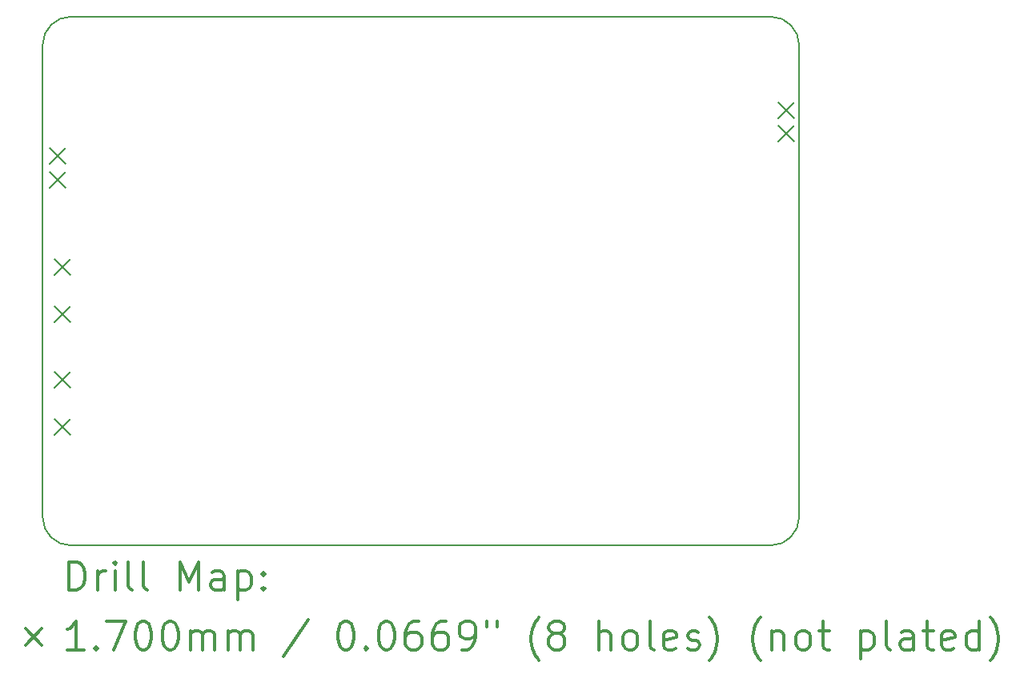
<source format=gbr>
%FSLAX45Y45*%
G04 Gerber Fmt 4.5, Leading zero omitted, Abs format (unit mm)*
G04 Created by KiCad (PCBNEW (5.1.10)-1) date 2022-02-21 21:57:23*
%MOMM*%
%LPD*%
G01*
G04 APERTURE LIST*
%TA.AperFunction,Profile*%
%ADD10C,0.150000*%
%TD*%
%ADD11C,0.200000*%
%ADD12C,0.300000*%
G04 APERTURE END LIST*
D10*
X15300000Y-15100000D02*
G75*
G02*
X15000000Y-14800000I0J300000D01*
G01*
X23000000Y-14800000D02*
G75*
G02*
X22700000Y-15100000I-300000J0D01*
G01*
X22700000Y-9500000D02*
G75*
G02*
X23000000Y-9800000I0J-300000D01*
G01*
X15000000Y-9800000D02*
G75*
G02*
X15300000Y-9500000I300000J0D01*
G01*
X15300000Y-9500000D02*
X22700000Y-9500000D01*
X15300000Y-15100000D02*
X22700000Y-15100000D01*
X23000000Y-9800000D02*
X23000000Y-14800000D01*
X15000000Y-9800000D02*
X15000000Y-14800000D01*
D11*
X15072000Y-10891800D02*
X15242000Y-11061800D01*
X15242000Y-10891800D02*
X15072000Y-11061800D01*
X15072000Y-11141800D02*
X15242000Y-11311800D01*
X15242000Y-11141800D02*
X15072000Y-11311800D01*
X15122800Y-12064200D02*
X15292800Y-12234200D01*
X15292800Y-12064200D02*
X15122800Y-12234200D01*
X15122800Y-12564200D02*
X15292800Y-12734200D01*
X15292800Y-12564200D02*
X15122800Y-12734200D01*
X15122800Y-13258000D02*
X15292800Y-13428000D01*
X15292800Y-13258000D02*
X15122800Y-13428000D01*
X15122800Y-13758000D02*
X15292800Y-13928000D01*
X15292800Y-13758000D02*
X15122800Y-13928000D01*
X22781800Y-10405200D02*
X22951800Y-10575200D01*
X22951800Y-10405200D02*
X22781800Y-10575200D01*
X22781800Y-10655200D02*
X22951800Y-10825200D01*
X22951800Y-10655200D02*
X22781800Y-10825200D01*
D12*
X15278928Y-15573214D02*
X15278928Y-15273214D01*
X15350357Y-15273214D01*
X15393214Y-15287500D01*
X15421786Y-15316071D01*
X15436071Y-15344643D01*
X15450357Y-15401786D01*
X15450357Y-15444643D01*
X15436071Y-15501786D01*
X15421786Y-15530357D01*
X15393214Y-15558929D01*
X15350357Y-15573214D01*
X15278928Y-15573214D01*
X15578928Y-15573214D02*
X15578928Y-15373214D01*
X15578928Y-15430357D02*
X15593214Y-15401786D01*
X15607500Y-15387500D01*
X15636071Y-15373214D01*
X15664643Y-15373214D01*
X15764643Y-15573214D02*
X15764643Y-15373214D01*
X15764643Y-15273214D02*
X15750357Y-15287500D01*
X15764643Y-15301786D01*
X15778928Y-15287500D01*
X15764643Y-15273214D01*
X15764643Y-15301786D01*
X15950357Y-15573214D02*
X15921786Y-15558929D01*
X15907500Y-15530357D01*
X15907500Y-15273214D01*
X16107500Y-15573214D02*
X16078928Y-15558929D01*
X16064643Y-15530357D01*
X16064643Y-15273214D01*
X16450357Y-15573214D02*
X16450357Y-15273214D01*
X16550357Y-15487500D01*
X16650357Y-15273214D01*
X16650357Y-15573214D01*
X16921786Y-15573214D02*
X16921786Y-15416071D01*
X16907500Y-15387500D01*
X16878928Y-15373214D01*
X16821786Y-15373214D01*
X16793214Y-15387500D01*
X16921786Y-15558929D02*
X16893214Y-15573214D01*
X16821786Y-15573214D01*
X16793214Y-15558929D01*
X16778928Y-15530357D01*
X16778928Y-15501786D01*
X16793214Y-15473214D01*
X16821786Y-15458929D01*
X16893214Y-15458929D01*
X16921786Y-15444643D01*
X17064643Y-15373214D02*
X17064643Y-15673214D01*
X17064643Y-15387500D02*
X17093214Y-15373214D01*
X17150357Y-15373214D01*
X17178928Y-15387500D01*
X17193214Y-15401786D01*
X17207500Y-15430357D01*
X17207500Y-15516071D01*
X17193214Y-15544643D01*
X17178928Y-15558929D01*
X17150357Y-15573214D01*
X17093214Y-15573214D01*
X17064643Y-15558929D01*
X17336071Y-15544643D02*
X17350357Y-15558929D01*
X17336071Y-15573214D01*
X17321786Y-15558929D01*
X17336071Y-15544643D01*
X17336071Y-15573214D01*
X17336071Y-15387500D02*
X17350357Y-15401786D01*
X17336071Y-15416071D01*
X17321786Y-15401786D01*
X17336071Y-15387500D01*
X17336071Y-15416071D01*
X14822500Y-15982500D02*
X14992500Y-16152500D01*
X14992500Y-15982500D02*
X14822500Y-16152500D01*
X15436071Y-16203214D02*
X15264643Y-16203214D01*
X15350357Y-16203214D02*
X15350357Y-15903214D01*
X15321786Y-15946071D01*
X15293214Y-15974643D01*
X15264643Y-15988929D01*
X15564643Y-16174643D02*
X15578928Y-16188929D01*
X15564643Y-16203214D01*
X15550357Y-16188929D01*
X15564643Y-16174643D01*
X15564643Y-16203214D01*
X15678928Y-15903214D02*
X15878928Y-15903214D01*
X15750357Y-16203214D01*
X16050357Y-15903214D02*
X16078928Y-15903214D01*
X16107500Y-15917500D01*
X16121786Y-15931786D01*
X16136071Y-15960357D01*
X16150357Y-16017500D01*
X16150357Y-16088929D01*
X16136071Y-16146071D01*
X16121786Y-16174643D01*
X16107500Y-16188929D01*
X16078928Y-16203214D01*
X16050357Y-16203214D01*
X16021786Y-16188929D01*
X16007500Y-16174643D01*
X15993214Y-16146071D01*
X15978928Y-16088929D01*
X15978928Y-16017500D01*
X15993214Y-15960357D01*
X16007500Y-15931786D01*
X16021786Y-15917500D01*
X16050357Y-15903214D01*
X16336071Y-15903214D02*
X16364643Y-15903214D01*
X16393214Y-15917500D01*
X16407500Y-15931786D01*
X16421786Y-15960357D01*
X16436071Y-16017500D01*
X16436071Y-16088929D01*
X16421786Y-16146071D01*
X16407500Y-16174643D01*
X16393214Y-16188929D01*
X16364643Y-16203214D01*
X16336071Y-16203214D01*
X16307500Y-16188929D01*
X16293214Y-16174643D01*
X16278928Y-16146071D01*
X16264643Y-16088929D01*
X16264643Y-16017500D01*
X16278928Y-15960357D01*
X16293214Y-15931786D01*
X16307500Y-15917500D01*
X16336071Y-15903214D01*
X16564643Y-16203214D02*
X16564643Y-16003214D01*
X16564643Y-16031786D02*
X16578928Y-16017500D01*
X16607500Y-16003214D01*
X16650357Y-16003214D01*
X16678928Y-16017500D01*
X16693214Y-16046071D01*
X16693214Y-16203214D01*
X16693214Y-16046071D02*
X16707500Y-16017500D01*
X16736071Y-16003214D01*
X16778928Y-16003214D01*
X16807500Y-16017500D01*
X16821786Y-16046071D01*
X16821786Y-16203214D01*
X16964643Y-16203214D02*
X16964643Y-16003214D01*
X16964643Y-16031786D02*
X16978928Y-16017500D01*
X17007500Y-16003214D01*
X17050357Y-16003214D01*
X17078928Y-16017500D01*
X17093214Y-16046071D01*
X17093214Y-16203214D01*
X17093214Y-16046071D02*
X17107500Y-16017500D01*
X17136071Y-16003214D01*
X17178928Y-16003214D01*
X17207500Y-16017500D01*
X17221786Y-16046071D01*
X17221786Y-16203214D01*
X17807500Y-15888929D02*
X17550357Y-16274643D01*
X18193214Y-15903214D02*
X18221786Y-15903214D01*
X18250357Y-15917500D01*
X18264643Y-15931786D01*
X18278928Y-15960357D01*
X18293214Y-16017500D01*
X18293214Y-16088929D01*
X18278928Y-16146071D01*
X18264643Y-16174643D01*
X18250357Y-16188929D01*
X18221786Y-16203214D01*
X18193214Y-16203214D01*
X18164643Y-16188929D01*
X18150357Y-16174643D01*
X18136071Y-16146071D01*
X18121786Y-16088929D01*
X18121786Y-16017500D01*
X18136071Y-15960357D01*
X18150357Y-15931786D01*
X18164643Y-15917500D01*
X18193214Y-15903214D01*
X18421786Y-16174643D02*
X18436071Y-16188929D01*
X18421786Y-16203214D01*
X18407500Y-16188929D01*
X18421786Y-16174643D01*
X18421786Y-16203214D01*
X18621786Y-15903214D02*
X18650357Y-15903214D01*
X18678928Y-15917500D01*
X18693214Y-15931786D01*
X18707500Y-15960357D01*
X18721786Y-16017500D01*
X18721786Y-16088929D01*
X18707500Y-16146071D01*
X18693214Y-16174643D01*
X18678928Y-16188929D01*
X18650357Y-16203214D01*
X18621786Y-16203214D01*
X18593214Y-16188929D01*
X18578928Y-16174643D01*
X18564643Y-16146071D01*
X18550357Y-16088929D01*
X18550357Y-16017500D01*
X18564643Y-15960357D01*
X18578928Y-15931786D01*
X18593214Y-15917500D01*
X18621786Y-15903214D01*
X18978928Y-15903214D02*
X18921786Y-15903214D01*
X18893214Y-15917500D01*
X18878928Y-15931786D01*
X18850357Y-15974643D01*
X18836071Y-16031786D01*
X18836071Y-16146071D01*
X18850357Y-16174643D01*
X18864643Y-16188929D01*
X18893214Y-16203214D01*
X18950357Y-16203214D01*
X18978928Y-16188929D01*
X18993214Y-16174643D01*
X19007500Y-16146071D01*
X19007500Y-16074643D01*
X18993214Y-16046071D01*
X18978928Y-16031786D01*
X18950357Y-16017500D01*
X18893214Y-16017500D01*
X18864643Y-16031786D01*
X18850357Y-16046071D01*
X18836071Y-16074643D01*
X19264643Y-15903214D02*
X19207500Y-15903214D01*
X19178928Y-15917500D01*
X19164643Y-15931786D01*
X19136071Y-15974643D01*
X19121786Y-16031786D01*
X19121786Y-16146071D01*
X19136071Y-16174643D01*
X19150357Y-16188929D01*
X19178928Y-16203214D01*
X19236071Y-16203214D01*
X19264643Y-16188929D01*
X19278928Y-16174643D01*
X19293214Y-16146071D01*
X19293214Y-16074643D01*
X19278928Y-16046071D01*
X19264643Y-16031786D01*
X19236071Y-16017500D01*
X19178928Y-16017500D01*
X19150357Y-16031786D01*
X19136071Y-16046071D01*
X19121786Y-16074643D01*
X19436071Y-16203214D02*
X19493214Y-16203214D01*
X19521786Y-16188929D01*
X19536071Y-16174643D01*
X19564643Y-16131786D01*
X19578928Y-16074643D01*
X19578928Y-15960357D01*
X19564643Y-15931786D01*
X19550357Y-15917500D01*
X19521786Y-15903214D01*
X19464643Y-15903214D01*
X19436071Y-15917500D01*
X19421786Y-15931786D01*
X19407500Y-15960357D01*
X19407500Y-16031786D01*
X19421786Y-16060357D01*
X19436071Y-16074643D01*
X19464643Y-16088929D01*
X19521786Y-16088929D01*
X19550357Y-16074643D01*
X19564643Y-16060357D01*
X19578928Y-16031786D01*
X19693214Y-15903214D02*
X19693214Y-15960357D01*
X19807500Y-15903214D02*
X19807500Y-15960357D01*
X20250357Y-16317500D02*
X20236071Y-16303214D01*
X20207500Y-16260357D01*
X20193214Y-16231786D01*
X20178928Y-16188929D01*
X20164643Y-16117500D01*
X20164643Y-16060357D01*
X20178928Y-15988929D01*
X20193214Y-15946071D01*
X20207500Y-15917500D01*
X20236071Y-15874643D01*
X20250357Y-15860357D01*
X20407500Y-16031786D02*
X20378928Y-16017500D01*
X20364643Y-16003214D01*
X20350357Y-15974643D01*
X20350357Y-15960357D01*
X20364643Y-15931786D01*
X20378928Y-15917500D01*
X20407500Y-15903214D01*
X20464643Y-15903214D01*
X20493214Y-15917500D01*
X20507500Y-15931786D01*
X20521786Y-15960357D01*
X20521786Y-15974643D01*
X20507500Y-16003214D01*
X20493214Y-16017500D01*
X20464643Y-16031786D01*
X20407500Y-16031786D01*
X20378928Y-16046071D01*
X20364643Y-16060357D01*
X20350357Y-16088929D01*
X20350357Y-16146071D01*
X20364643Y-16174643D01*
X20378928Y-16188929D01*
X20407500Y-16203214D01*
X20464643Y-16203214D01*
X20493214Y-16188929D01*
X20507500Y-16174643D01*
X20521786Y-16146071D01*
X20521786Y-16088929D01*
X20507500Y-16060357D01*
X20493214Y-16046071D01*
X20464643Y-16031786D01*
X20878928Y-16203214D02*
X20878928Y-15903214D01*
X21007500Y-16203214D02*
X21007500Y-16046071D01*
X20993214Y-16017500D01*
X20964643Y-16003214D01*
X20921786Y-16003214D01*
X20893214Y-16017500D01*
X20878928Y-16031786D01*
X21193214Y-16203214D02*
X21164643Y-16188929D01*
X21150357Y-16174643D01*
X21136071Y-16146071D01*
X21136071Y-16060357D01*
X21150357Y-16031786D01*
X21164643Y-16017500D01*
X21193214Y-16003214D01*
X21236071Y-16003214D01*
X21264643Y-16017500D01*
X21278928Y-16031786D01*
X21293214Y-16060357D01*
X21293214Y-16146071D01*
X21278928Y-16174643D01*
X21264643Y-16188929D01*
X21236071Y-16203214D01*
X21193214Y-16203214D01*
X21464643Y-16203214D02*
X21436071Y-16188929D01*
X21421786Y-16160357D01*
X21421786Y-15903214D01*
X21693214Y-16188929D02*
X21664643Y-16203214D01*
X21607500Y-16203214D01*
X21578928Y-16188929D01*
X21564643Y-16160357D01*
X21564643Y-16046071D01*
X21578928Y-16017500D01*
X21607500Y-16003214D01*
X21664643Y-16003214D01*
X21693214Y-16017500D01*
X21707500Y-16046071D01*
X21707500Y-16074643D01*
X21564643Y-16103214D01*
X21821786Y-16188929D02*
X21850357Y-16203214D01*
X21907500Y-16203214D01*
X21936071Y-16188929D01*
X21950357Y-16160357D01*
X21950357Y-16146071D01*
X21936071Y-16117500D01*
X21907500Y-16103214D01*
X21864643Y-16103214D01*
X21836071Y-16088929D01*
X21821786Y-16060357D01*
X21821786Y-16046071D01*
X21836071Y-16017500D01*
X21864643Y-16003214D01*
X21907500Y-16003214D01*
X21936071Y-16017500D01*
X22050357Y-16317500D02*
X22064643Y-16303214D01*
X22093214Y-16260357D01*
X22107500Y-16231786D01*
X22121786Y-16188929D01*
X22136071Y-16117500D01*
X22136071Y-16060357D01*
X22121786Y-15988929D01*
X22107500Y-15946071D01*
X22093214Y-15917500D01*
X22064643Y-15874643D01*
X22050357Y-15860357D01*
X22593214Y-16317500D02*
X22578928Y-16303214D01*
X22550357Y-16260357D01*
X22536071Y-16231786D01*
X22521786Y-16188929D01*
X22507500Y-16117500D01*
X22507500Y-16060357D01*
X22521786Y-15988929D01*
X22536071Y-15946071D01*
X22550357Y-15917500D01*
X22578928Y-15874643D01*
X22593214Y-15860357D01*
X22707500Y-16003214D02*
X22707500Y-16203214D01*
X22707500Y-16031786D02*
X22721786Y-16017500D01*
X22750357Y-16003214D01*
X22793214Y-16003214D01*
X22821786Y-16017500D01*
X22836071Y-16046071D01*
X22836071Y-16203214D01*
X23021786Y-16203214D02*
X22993214Y-16188929D01*
X22978928Y-16174643D01*
X22964643Y-16146071D01*
X22964643Y-16060357D01*
X22978928Y-16031786D01*
X22993214Y-16017500D01*
X23021786Y-16003214D01*
X23064643Y-16003214D01*
X23093214Y-16017500D01*
X23107500Y-16031786D01*
X23121786Y-16060357D01*
X23121786Y-16146071D01*
X23107500Y-16174643D01*
X23093214Y-16188929D01*
X23064643Y-16203214D01*
X23021786Y-16203214D01*
X23207500Y-16003214D02*
X23321786Y-16003214D01*
X23250357Y-15903214D02*
X23250357Y-16160357D01*
X23264643Y-16188929D01*
X23293214Y-16203214D01*
X23321786Y-16203214D01*
X23650357Y-16003214D02*
X23650357Y-16303214D01*
X23650357Y-16017500D02*
X23678928Y-16003214D01*
X23736071Y-16003214D01*
X23764643Y-16017500D01*
X23778928Y-16031786D01*
X23793214Y-16060357D01*
X23793214Y-16146071D01*
X23778928Y-16174643D01*
X23764643Y-16188929D01*
X23736071Y-16203214D01*
X23678928Y-16203214D01*
X23650357Y-16188929D01*
X23964643Y-16203214D02*
X23936071Y-16188929D01*
X23921786Y-16160357D01*
X23921786Y-15903214D01*
X24207500Y-16203214D02*
X24207500Y-16046071D01*
X24193214Y-16017500D01*
X24164643Y-16003214D01*
X24107500Y-16003214D01*
X24078928Y-16017500D01*
X24207500Y-16188929D02*
X24178928Y-16203214D01*
X24107500Y-16203214D01*
X24078928Y-16188929D01*
X24064643Y-16160357D01*
X24064643Y-16131786D01*
X24078928Y-16103214D01*
X24107500Y-16088929D01*
X24178928Y-16088929D01*
X24207500Y-16074643D01*
X24307500Y-16003214D02*
X24421786Y-16003214D01*
X24350357Y-15903214D02*
X24350357Y-16160357D01*
X24364643Y-16188929D01*
X24393214Y-16203214D01*
X24421786Y-16203214D01*
X24636071Y-16188929D02*
X24607500Y-16203214D01*
X24550357Y-16203214D01*
X24521786Y-16188929D01*
X24507500Y-16160357D01*
X24507500Y-16046071D01*
X24521786Y-16017500D01*
X24550357Y-16003214D01*
X24607500Y-16003214D01*
X24636071Y-16017500D01*
X24650357Y-16046071D01*
X24650357Y-16074643D01*
X24507500Y-16103214D01*
X24907500Y-16203214D02*
X24907500Y-15903214D01*
X24907500Y-16188929D02*
X24878928Y-16203214D01*
X24821786Y-16203214D01*
X24793214Y-16188929D01*
X24778928Y-16174643D01*
X24764643Y-16146071D01*
X24764643Y-16060357D01*
X24778928Y-16031786D01*
X24793214Y-16017500D01*
X24821786Y-16003214D01*
X24878928Y-16003214D01*
X24907500Y-16017500D01*
X25021786Y-16317500D02*
X25036071Y-16303214D01*
X25064643Y-16260357D01*
X25078928Y-16231786D01*
X25093214Y-16188929D01*
X25107500Y-16117500D01*
X25107500Y-16060357D01*
X25093214Y-15988929D01*
X25078928Y-15946071D01*
X25064643Y-15917500D01*
X25036071Y-15874643D01*
X25021786Y-15860357D01*
M02*

</source>
